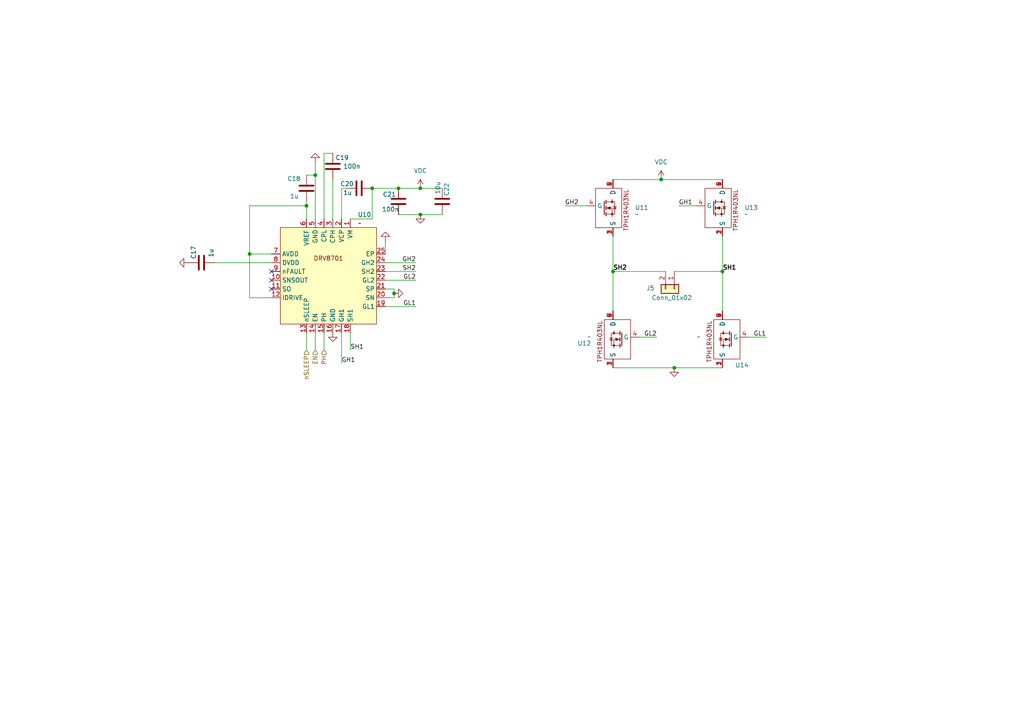
<source format=kicad_sch>
(kicad_sch (version 20250114) (generator "eeschema") (generator_version "9.0")
  (paper "A4")
  (lib_symbols
    (symbol "Connector_Generic:Conn_01x02" (pin_names (offset 1.016) (hide yes))
      (property "Reference" "J" (at 0 2.54 0))
      (property "Value" "Conn_01x02" (at 0 -5.08 0))
      (symbol "Conn_01x02_1_1"
        (rectangle (start -1.27 1.27) (end 1.27 -3.81) (stroke (width 0.254)) (fill (type background)))
        (rectangle (start -1.27 0.127) (end 0 -0.127) (stroke (width 0.1524)))
        (rectangle (start -1.27 -2.413) (end 0 -2.667) (stroke (width 0.1524)))
        (pin passive line (at -5.08 0 0) (length 3.81) (name "Pin_1") (number "1"))
        (pin passive line (at -5.08 -2.54 0) (length 3.81) (name "Pin_2") (number "2"))
      )
    )
    (symbol "DRV8701:DRV8701_1"
      (property "Reference" "U" (at 0 -2.54 0))
      (symbol "DRV8701_1_1_1"
        (rectangle (start -13.97 13.97) (end 13.97 -13.97) (fill (type color) (color 255 255 194 1)))
        (text "DRV8701\n" (at 0 5.08 0) (effects (font (size 1.27 1.27))))
        (pin input line (at -16.51 6.35 0) (length 2.54) (name "AVDD") (number "7"))
        (pin input line (at -16.51 3.81 0) (length 2.54) (name "DVDD") (number "8"))
        (pin input line (at -16.51 1.27 0) (length 2.54) (name "nFAULT") (number "9"))
        (pin input line (at -16.51 -1.27 0) (length 2.54) (name "SNSOUT") (number "10"))
        (pin input line (at -16.51 -3.81 0) (length 2.54) (name "SO") (number "11"))
        (pin input line (at -16.51 -6.35 0) (length 2.54) (name "IDRIVE") (number "12"))
        (pin input line (at -6.35 16.51 270) (length 2.54) (name "VREF") (number "6"))
        (pin bidirectional line (at -6.35 -16.51 90) (length 2.54) (name "nSLEEP") (number "13"))
        (pin power_in line (at -3.81 16.51 270) (length 2.54) (name "GND") (number "5"))
        (pin bidirectional line (at -3.81 -16.51 90) (length 2.54) (name "EN") (number "14"))
        (pin input line (at -1.27 16.51 270) (length 2.54) (name "CPL") (number "4"))
        (pin bidirectional line (at -1.27 -16.51 90) (length 2.54) (name "PH") (number "15"))
        (pin input line (at 1.27 16.51 270) (length 2.54) (name "CPH") (number "3"))
        (pin power_in line (at 1.27 -16.51 90) (length 2.54) (name "GND") (number "16"))
        (pin input line (at 3.81 16.51 270) (length 2.54) (name "VCP") (number "2"))
        (pin output line (at 3.81 -16.51 90) (length 2.54) (name "GH1") (number "17"))
        (pin power_in line (at 6.35 16.51 270) (length 2.54) (name "VM") (number "1"))
        (pin input line (at 6.35 -16.51 90) (length 2.54) (name "SH1") (number "18"))
        (pin input line (at 16.51 6.35 180) (length 2.54) (name "EP") (number "25"))
        (pin output line (at 16.51 3.81 180) (length 2.54) (name "GH2") (number "24"))
        (pin input line (at 16.51 1.27 180) (length 2.54) (name "SH2") (number "23"))
        (pin output line (at 16.51 -1.27 180) (length 2.54) (name "GL2") (number "22"))
        (pin input line (at 16.51 -3.81 180) (length 2.54) (name "SP") (number "21"))
        (pin input line (at 16.51 -6.35 180) (length 2.54) (name "SN") (number "20"))
        (pin output line (at 16.51 -8.89 180) (length 2.54) (name "GL1") (number "19"))
      )
    )
    (symbol "DRV8701:TPH1R403NL"
      (property "Reference" "U" (at 0 7.62 0))
      (symbol "TPH1R403NL_0_1"
        (rectangle (start -5.08 3.81) (end 6.35 -3.81))
        (polyline (pts (xy -1.905 1.016) (xy -1.143 1.016)))
        (polyline (pts (xy -1.651 -0.762) (xy -0.635 -0.762)) (stroke (width 0.254)))
        (polyline (pts (xy -1.27 -1.27) (xy 2.54 -1.27)) (stroke (width 0.254)))
        (circle (center -1.143 1.016) (radius 0.254) (fill (type outline)))
        (polyline (pts (xy 0.127 1.27) (xy 0.254 1.397) (xy 0.254 2.159) (xy 0.381 2.286)))
        (polyline (pts (xy 0.127 -0.762) (xy 1.143 -0.762)) (stroke (width 0.254)))
        (polyline (pts (xy 0.254 1.778) (xy 0.889 1.397) (xy 0.889 2.159) (xy 0.254 1.778)))
        (polyline (pts (xy 0.635 -0.508) (xy 0.254 0.508) (xy 1.016 0.508) (xy 0.635 -0.508)) (fill (type outline)))
        (polyline (pts (xy 1.905 -0.762) (xy 2.921 -0.762)) (stroke (width 0.254)))
        (circle (center 2.413 1.016) (radius 0.254) (fill (type outline)))
        (polyline (pts (xy 2.413 -0.762) (xy 2.413 1.778) (xy -1.143 1.778) (xy -1.143 -0.762)))
        (polyline (pts (xy 3.175 1.016) (xy 0.635 1.016) (xy 0.635 -0.762)))
      )
      (symbol "TPH1R403NL_1_1"
        (text "TPH1R403NL\n" (at 1.27 5.08 0) (effects (font (size 1.27 1.27))))
        (pin input line (at -7.62 1.27 0) (length 2.54) (name "D") (number "5"))
        (pin input line (at -7.62 1.27 0) (length 2.54) (name "D") (number "6"))
        (pin input line (at -7.62 1.27 0) (length 2.54) (name "D") (number "7"))
        (pin input line (at -7.62 1.27 0) (length 2.54) (name "D") (number "8"))
        (pin input line (at -7.62 1.27 0) (length 2.54) (name "D") (number "9"))
        (pin input line (at 0 -6.35 90) (length 2.54) (name "G") (number "4"))
        (pin bidirectional line (at 8.89 1.27 180) (length 2.54) (name "S") (number "1"))
        (pin input line (at 8.89 1.27 180) (length 2.54) (name "S") (number "2"))
        (pin input line (at 8.89 1.27 180) (length 2.54) (name "S") (number "3"))
      )
    )
    (symbol "Device:C" (pin_numbers (hide yes)) (pin_names (offset 0.254))
      (property "Reference" "C" (at 0.635 2.54 0))
      (property "Value" "C" (at 0.635 -2.54 0))
      (symbol "C_0_1"
        (polyline (pts (xy -2.032 0.762) (xy 2.032 0.762)) (stroke (width 0.508)))
        (polyline (pts (xy -2.032 -0.762) (xy 2.032 -0.762)) (stroke (width 0.508)))
      )
      (symbol "C_1_1"
        (pin passive line (at 0 3.81 270) (length 2.794) (name "~") (number "1"))
        (pin passive line (at 0 -3.81 90) (length 2.794) (name "~") (number "2"))
      )
    )
    (symbol "power:GND" (power) (pin_numbers (hide yes)) (pin_names (offset 0) (hide yes))
      (property "Value" "GND" (at 0 -3.81 0))
      (symbol "GND_0_1"
        (polyline (pts (xy 0 0) (xy 0 -1.27) (xy 1.27 -1.27) (xy 0 -2.54) (xy -1.27 -1.27) (xy 0 -1.27)))
      )
      (symbol "GND_1_1"
        (pin power_in line (at 0 0 270) (length 0) (name "~") (number "1"))
      )
    )
    (symbol "power:VDC" (power) (pin_numbers (hide yes)) (pin_names (offset 0) (hide yes))
      (property "Value" "VDC" (at 0 3.556 0))
      (symbol "VDC_0_1"
        (polyline (pts (xy -0.762 1.27) (xy 0 2.54)))
        (polyline (pts (xy 0 2.54) (xy 0.762 1.27)))
        (polyline (pts (xy 0 0) (xy 0 2.54)))
      )
      (symbol "VDC_1_1"
        (pin power_in line (at 0 0 90) (length 0) (name "~") (number "1"))
      )
    )
  )
  (junction (at 91.44 50.8))
  (junction (at 195.58 106.68))
  (junction (at 115.57 54.61))
  (junction (at 72.39 73.66))
  (junction (at 88.9 59.69))
  (junction (at 191.77 52.07))
  (junction (at 209.55 78.74))
  (junction (at 107.95 54.61))
  (junction (at 177.8 78.74))
  (junction (at 121.92 62.23))
  (junction (at 121.92 54.61))
  (junction (at 114.3 85.09))
  (no_connect (at 78.74 78.74))
  (no_connect (at 78.74 83.82))
  (no_connect (at 78.74 81.28))
  (wire (pts (xy 209.55 68.58) (xy 209.55 78.74)))
  (wire (pts (xy 111.76 69.85) (xy 111.76 73.66)))
  (wire (pts (xy 111.76 81.28) (xy 120.65 81.28)))
  (wire (pts (xy 114.3 83.82) (xy 114.3 85.09)))
  (wire (pts (xy 195.58 106.68) (xy 209.55 106.68)))
  (wire (pts (xy 107.95 54.61) (xy 115.57 54.61)))
  (wire (pts (xy 190.5 97.79) (xy 185.42 97.79)))
  (wire (pts (xy 177.8 78.74) (xy 177.8 90.17)))
  (wire (pts (xy 121.92 62.23) (xy 115.57 62.23)))
  (wire (pts (xy 99.06 63.5) (xy 99.06 54.61)))
  (wire (pts (xy 62.23 76.2) (xy 78.74 76.2)))
  (wire (pts (xy 96.52 52.07) (xy 96.52 63.5)))
  (wire (pts (xy 107.95 63.5) (xy 107.95 54.61)))
  (wire (pts (xy 88.9 101.6) (xy 88.9 96.52)))
  (wire (pts (xy 177.8 78.74) (xy 193.04 78.74)))
  (wire (pts (xy 177.8 106.68) (xy 195.58 106.68)))
  (wire (pts (xy 101.6 96.52) (xy 101.6 101.6)))
  (wire (pts (xy 191.77 52.07) (xy 209.55 52.07)))
  (wire (pts (xy 72.39 73.66) (xy 72.39 86.36)))
  (wire (pts (xy 111.76 78.74) (xy 120.65 78.74)))
  (wire (pts (xy 191.77 52.07) (xy 177.8 52.07)))
  (wire (pts (xy 121.92 62.23) (xy 128.27 62.23)))
  (wire (pts (xy 88.9 50.8) (xy 91.44 50.8)))
  (wire (pts (xy 114.3 83.82) (xy 111.76 83.82)))
  (wire (pts (xy 115.57 54.61) (xy 121.92 54.61)))
  (wire (pts (xy 91.44 50.8) (xy 91.44 63.5)))
  (wire (pts (xy 111.76 88.9) (xy 120.65 88.9)))
  (wire (pts (xy 78.74 73.66) (xy 72.39 73.66)))
  (wire (pts (xy 99.06 96.52) (xy 99.06 105.41)))
  (wire (pts (xy 72.39 73.66) (xy 72.39 59.69)))
  (wire (pts (xy 99.06 54.61) (xy 100.33 54.61)))
  (wire (pts (xy 163.83 59.69) (xy 170.18 59.69)))
  (wire (pts (xy 93.98 63.5) (xy 93.98 44.45)))
  (wire (pts (xy 93.98 44.45) (xy 96.52 44.45)))
  (wire (pts (xy 88.9 58.42) (xy 88.9 59.69)))
  (wire (pts (xy 93.98 101.6) (xy 93.98 96.52)))
  (wire (pts (xy 101.6 63.5) (xy 107.95 63.5)))
  (wire (pts (xy 91.44 46.99) (xy 91.44 50.8)))
  (wire (pts (xy 195.58 78.74) (xy 209.55 78.74)))
  (wire (pts (xy 78.74 86.36) (xy 72.39 86.36)))
  (wire (pts (xy 121.92 54.61) (xy 128.27 54.61)))
  (wire (pts (xy 114.3 85.09) (xy 114.3 86.36)))
  (wire (pts (xy 88.9 59.69) (xy 88.9 63.5)))
  (wire (pts (xy 177.8 68.58) (xy 177.8 78.74)))
  (wire (pts (xy 222.25 97.79) (xy 217.17 97.79)))
  (wire (pts (xy 120.65 76.2) (xy 111.76 76.2)))
  (wire (pts (xy 114.3 86.36) (xy 111.76 86.36)))
  (wire (pts (xy 196.85 59.69) (xy 201.93 59.69)))
  (wire (pts (xy 72.39 59.69) (xy 88.9 59.69)))
  (wire (pts (xy 209.55 78.74) (xy 209.55 90.17)))
  (wire (pts (xy 91.44 101.6) (xy 91.44 96.52)))
  (label "GH1" (at 99.06 105.41 0))
  (label "GH2" (at 120.65 76.2 180))
  (label "SH2" (at 120.65 78.74 180))
  (label "GL1" (at 120.65 88.9 180))
  (label "SH1" (at 209.55 78.74 0) (effects (font (thickness 0.254) (bold yes))))
  (label "GH1" (at 196.85 59.69 0))
  (label "SH2" (at 177.8 78.74 0) (effects (font (thickness 0.254) (bold yes))))
  (label "GL1" (at 222.25 97.79 180))
  (label "GL2" (at 120.65 81.28 180))
  (label "SH1" (at 101.6 101.6 0))
  (label "GH2" (at 163.83 59.69 0))
  (label "GL2" (at 190.5 97.79 180))
  (hierarchical_label "PH" (shape input) (at 93.98 101.6 270))
  (hierarchical_label "nSLEEP" (shape input) (at 88.9 101.6 270))
  (hierarchical_label "EN" (shape input) (at 91.44 101.6 270))
  (symbol (lib_id "Device:C") (at 128.27 58.42 180) (unit 1)
    (property "Reference" "C16" (at 129.54 56.896 90) (effects (justify right)))
    (property "Value" "10u" (at 127 56.388 90) (effects (justify right)))
    (property "Footprint" "Capacitor_SMD:C_0805_2012Metric" (effects (hide yes)))
    (property "Description" "Unpolarized capacitor" (effects (hide yes)))
    (instances (project "DRV8701_2Motors" (path "" (reference "C22") (unit 1)) (path "" (reference "C16") (unit 1))))
  )
  (symbol (lib_id "DRV8701:TPH1R403NL") (at 208.28 59.69 270) (unit 1)
    (property "Reference" "U8" (at 215.9 60.2142 90) (effects (justify left)))
    (property "Value" "~" (at 215.9 62.1193 90) (effects (justify left)))
    (property "Footprint" "TPH1R403NL:TPH1R403NL" (effects (hide yes)))
    (property "Datasheet" "https://toshiba.semicon-storage.com/info/TPH1R403NL_datasheet_en_20191030.pdf?did=14296&prodName=TPH1R403NL" (effects (hide yes)))
    (property "Description" "Silicon N-channel MOS" (effects (hide yes)))
    (property "MPN" "TPH1R403NL" (effects (hide yes)))
    (instances (project "DRV8701_2Motors" (path "" (reference "U13") (unit 1)) (path "" (reference "U8") (unit 1))))
  )
  (symbol (lib_id "power:GND") (at 91.44 46.99 180) (unit 1)
    (property "Reference" "#PWR037" (effects (hide yes)))
    (property "Value" "GND" (effects (hide yes)))
    (property "Description" "Power symbol creates a global label with name \"GND\" , ground" (effects (hide yes)))
    (instances (project "DRV8701_2Motors" (path "" (reference "#PWR046") (unit 1)) (path "" (reference "#PWR037") (unit 1))))
  )
  (symbol (lib_id "Device:C") (at 88.9 54.61 180) (unit 1)
    (property "Reference" "C12" (at 83.312 51.816 0) (effects (justify right)))
    (property "Value" "1u" (at 84.074 56.896 0) (effects (justify right)))
    (property "Footprint" "Capacitor_SMD:C_0402_1005Metric" (effects (hide yes)))
    (property "Description" "Unpolarized capacitor" (effects (hide yes)))
    (instances (project "DRV8701_2Motors" (path "" (reference "C18") (unit 1)) (path "" (reference "C12") (unit 1))))
  )
  (symbol (lib_id "DRV8701:TPH1R403NL") (at 176.53 59.69 270) (unit 1)
    (property "Reference" "U6" (at 184.15 60.2142 90) (effects (justify left)))
    (property "Value" "~" (at 184.15 62.1193 90) (effects (justify left)))
    (property "Footprint" "TPH1R403NL:TPH1R403NL" (effects (hide yes)))
    (property "Datasheet" "https://toshiba.semicon-storage.com/info/TPH1R403NL_datasheet_en_20191030.pdf?did=14296&prodName=TPH1R403NL" (effects (hide yes)))
    (property "Description" "Silicon N-channel MOS" (effects (hide yes)))
    (property "MPN" "TPH1R403NL" (effects (hide yes)))
    (instances (project "" (path "" (reference "U11") (unit 1)) (path "" (reference "U6") (unit 1))))
  )
  (symbol (lib_id "DRV8701:TPH1R403NL") (at 210.82 97.79 90) (mirror x) (unit 1)
    (property "Reference" "U9" (at 217.17 105.918 90) (effects (justify left)))
    (property "Value" "~" (at 203.2 97.6793 90) (effects (justify left)))
    (property "Footprint" "TPH1R403NL:TPH1R403NL" (effects (hide yes)))
    (property "Datasheet" "https://toshiba.semicon-storage.com/info/TPH1R403NL_datasheet_en_20191030.pdf?did=14296&prodName=TPH1R403NL" (effects (hide yes)))
    (property "Description" "Silicon N-channel MOS" (effects (hide yes)))
    (property "MPN" "TPH1R403NL" (effects (hide yes)))
    (instances (project "DRV8701_2Motors" (path "" (reference "U14") (unit 1)) (path "" (reference "U9") (unit 1))))
  )
  (symbol (lib_id "power:GND") (at 96.52 96.52 0) (unit 1)
    (property "Reference" "#PWR038" (effects (hide yes)))
    (property "Value" "GND" (effects (hide yes)))
    (property "Description" "Power symbol creates a global label with name \"GND\" , ground" (effects (hide yes)))
    (instances (project "DRV8701_2Motors" (path "" (reference "#PWR047") (unit 1)) (path "" (reference "#PWR038") (unit 1))))
  )
  (symbol (lib_id "DRV8701:DRV8701_1") (at 95.25 80.01 0) (unit 1)
    (property "Reference" "U5" (at 103.7433 62.23 0) (effects (justify left)))
    (property "Value" "~" (at 103.7433 64.77 0) (effects (justify left)))
    (property "Footprint" "DRV8701:DRV8701ERGER" (effects (hide yes)))
    (property "Datasheet" "https://www.ti.com/lit/ds/symlink/drv8701.pdf?ts=1749899923501&ref_url=https%253A%252F%252Feu.mouser.com%252F" (effects (hide yes)))
    (instances (project "" (path "" (reference "U10") (unit 1)) (path "" (reference "U5") (unit 1))))
  )
  (symbol (lib_id "power:GND") (at 114.3 85.09 90) (unit 1)
    (property "Reference" "#PWR040" (effects (hide yes)))
    (property "Value" "GND" (effects (hide yes)))
    (property "Description" "Power symbol creates a global label with name \"GND\" , ground" (effects (hide yes)))
    (instances (project "DRV8701_2Motors" (path "" (reference "#PWR049") (unit 1)) (path "" (reference "#PWR040") (unit 1))))
  )
  (symbol (lib_id "power:GND") (at 195.58 106.68 0) (unit 1)
    (property "Reference" "#PWR044" (effects (hide yes)))
    (property "Value" "GND" (effects (hide yes)))
    (property "Description" "Power symbol creates a global label with name \"GND\" , ground" (effects (hide yes)))
    (instances (project "DRV8701_2Motors" (path "" (reference "#PWR053") (unit 1)) (path "" (reference "#PWR044") (unit 1))))
  )
  (symbol (lib_id "Connector_Generic:Conn_01x02") (at 195.58 83.82 270) (unit 1)
    (property "Reference" "J4" (at 187.452 83.566 90) (effects (justify left)))
    (property "Value" "Conn_01x02" (at 188.976 86.36 90) (effects (justify left)))
    (property "Footprint" "KF301-5.0-2P:KF301-5.0-2P" (effects (hide yes)))
    (property "Description" "Generic connector, single row, 01x02, script generated (kicad-library-utils/schlib/autogen/connector/)" (effects (hide yes)))
    (instances (project "DRV8701_2Motors" (path "" (reference "J5") (unit 1)) (path "" (reference "J4") (unit 1))))
  )
  (symbol (lib_id "power:GND") (at 121.92 62.23 0) (unit 1)
    (property "Reference" "#PWR042" (effects (hide yes)))
    (property "Value" "GND" (effects (hide yes)))
    (property "Description" "Power symbol creates a global label with name \"GND\" , ground" (effects (hide yes)))
    (instances (project "" (path "" (reference "#PWR051") (unit 1)) (path "" (reference "#PWR042") (unit 1))))
  )
  (symbol (lib_id "Device:C") (at 58.42 76.2 270) (unit 1)
    (property "Reference" "C11" (at 56.134 75.184 0) (effects (justify right)))
    (property "Value" "1u" (at 61.214 74.676 0) (effects (justify right)))
    (property "Footprint" "Capacitor_SMD:C_0402_1005Metric" (effects (hide yes)))
    (property "Description" "Unpolarized capacitor" (effects (hide yes)))
    (instances (project "DRV8701_2Motors" (path "" (reference "C17") (unit 1)) (path "" (reference "C11") (unit 1))))
  )
  (symbol (lib_id "power:VDC") (at 121.92 54.61 0) (unit 1)
    (property "Reference" "#PWR041" (effects (hide yes)))
    (property "Value" "VDC" (at 121.92 49.53 0))
    (property "Description" "Power symbol creates a global label with name \"VDC\"" (effects (hide yes)))
    (instances (project "" (path "" (reference "#PWR050") (unit 1)) (path "" (reference "#PWR041") (unit 1))))
  )
  (symbol (lib_id "DRV8701:TPH1R403NL") (at 179.07 97.79 90) (mirror x) (unit 1)
    (property "Reference" "U7" (at 171.45 99.5844 90) (effects (justify left)))
    (property "Value" "~" (at 171.45 97.6793 90) (effects (justify left)))
    (property "Footprint" "TPH1R403NL:TPH1R403NL" (effects (hide yes)))
    (property "Datasheet" "https://toshiba.semicon-storage.com/info/TPH1R403NL_datasheet_en_20191030.pdf?did=14296&prodName=TPH1R403NL" (effects (hide yes)))
    (property "Description" "Silicon N-channel MOS" (effects (hide yes)))
    (property "MPN" "TPH1R403NL" (effects (hide yes)))
    (instances (project "DRV8701_2Motors" (path "" (reference "U12") (unit 1)) (path "" (reference "U7") (unit 1))))
  )
  (symbol (lib_id "power:VDC") (at 191.77 52.07 0) (unit 1)
    (property "Reference" "#PWR043" (effects (hide yes)))
    (property "Value" "VDC" (at 191.77 46.99 0))
    (property "Description" "Power symbol creates a global label with name \"VDC\"" (effects (hide yes)))
    (instances (project "DRV8701_2Motors" (path "" (reference "#PWR052") (unit 1)) (path "" (reference "#PWR043") (unit 1))))
  )
  (symbol (lib_id "Device:C") (at 96.52 48.26 180) (unit 1)
    (property "Reference" "C13" (at 97.282 45.72 0) (effects (justify right)))
    (property "Value" "100n" (at 99.568 48.26 0) (effects (justify right)))
    (property "Footprint" "Capacitor_SMD:C_0402_1005Metric" (effects (hide yes)))
    (property "Description" "Unpolarized capacitor" (effects (hide yes)))
    (instances (project "" (path "" (reference "C19") (unit 1)) (path "" (reference "C13") (unit 1))))
  )
  (symbol (lib_id "power:GND") (at 54.61 76.2 270) (unit 1)
    (property "Reference" "#PWR036" (effects (hide yes)))
    (property "Value" "GND" (effects (hide yes)))
    (property "Description" "Power symbol creates a global label with name \"GND\" , ground" (effects (hide yes)))
    (instances (project "DRV8701_2Motors" (path "" (reference "#PWR045") (unit 1)) (path "" (reference "#PWR036") (unit 1))))
  )
  (symbol (lib_id "Device:C") (at 115.57 58.42 180) (unit 1)
    (property "Reference" "C15" (at 110.998 56.388 0) (effects (justify right)))
    (property "Value" "100n" (at 110.744 60.706 0) (effects (justify right)))
    (property "Footprint" "Capacitor_SMD:C_0402_1005Metric" (effects (hide yes)))
    (property "Description" "Unpolarized capacitor" (effects (hide yes)))
    (instances (project "DRV8701_2Motors" (path "" (reference "C21") (unit 1)) (path "" (reference "C15") (unit 1))))
  )
  (symbol (lib_id "power:GND") (at 111.76 69.85 180) (unit 1)
    (property "Reference" "#PWR039" (effects (hide yes)))
    (property "Value" "GND" (effects (hide yes)))
    (property "Description" "Power symbol creates a global label with name \"GND\" , ground" (effects (hide yes)))
    (instances (project "DRV8701_2Motors" (path "" (reference "#PWR048") (unit 1)) (path "" (reference "#PWR039") (unit 1))))
  )
  (symbol (lib_id "Device:C") (at 104.14 54.61 270) (unit 1)
    (property "Reference" "C14" (at 102.616 53.34 90) (effects (justify right)))
    (property "Value" "1u" (at 102.108 55.88 90) (effects (justify right)))
    (property "Footprint" "Capacitor_SMD:C_0402_1005Metric" (effects (hide yes)))
    (property "Description" "Unpolarized capacitor" (effects (hide yes)))
    (instances (project "DRV8701_2Motors" (path "" (reference "C20") (unit 1)) (path "" (reference "C14") (unit 1))))
  )
)
</source>
